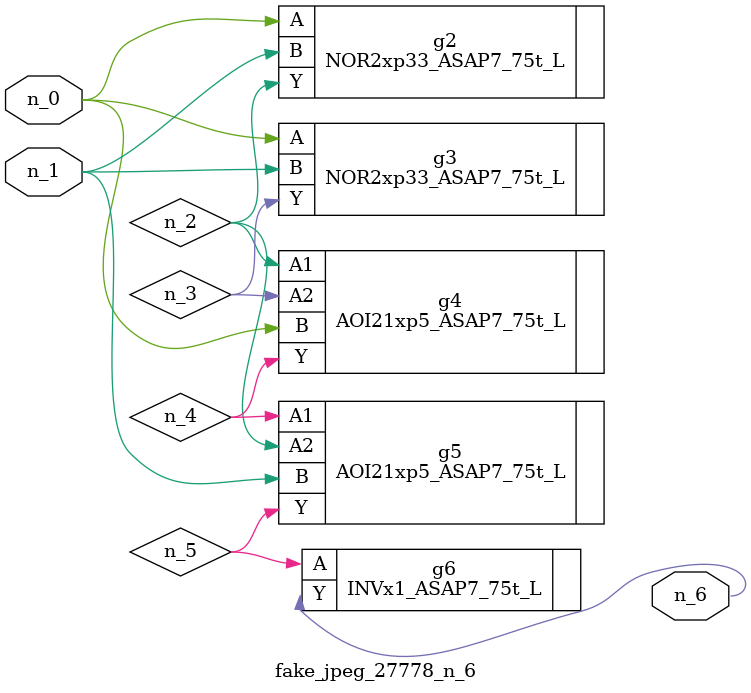
<source format=v>
module fake_jpeg_27778_n_6 (n_0, n_1, n_6);

input n_0;
input n_1;

output n_6;

wire n_3;
wire n_2;
wire n_4;
wire n_5;

NOR2xp33_ASAP7_75t_L g2 ( 
.A(n_0),
.B(n_1),
.Y(n_2)
);

NOR2xp33_ASAP7_75t_L g3 ( 
.A(n_0),
.B(n_1),
.Y(n_3)
);

AOI21xp5_ASAP7_75t_L g4 ( 
.A1(n_2),
.A2(n_3),
.B(n_0),
.Y(n_4)
);

AOI21xp5_ASAP7_75t_L g5 ( 
.A1(n_4),
.A2(n_2),
.B(n_1),
.Y(n_5)
);

INVx1_ASAP7_75t_L g6 ( 
.A(n_5),
.Y(n_6)
);


endmodule
</source>
